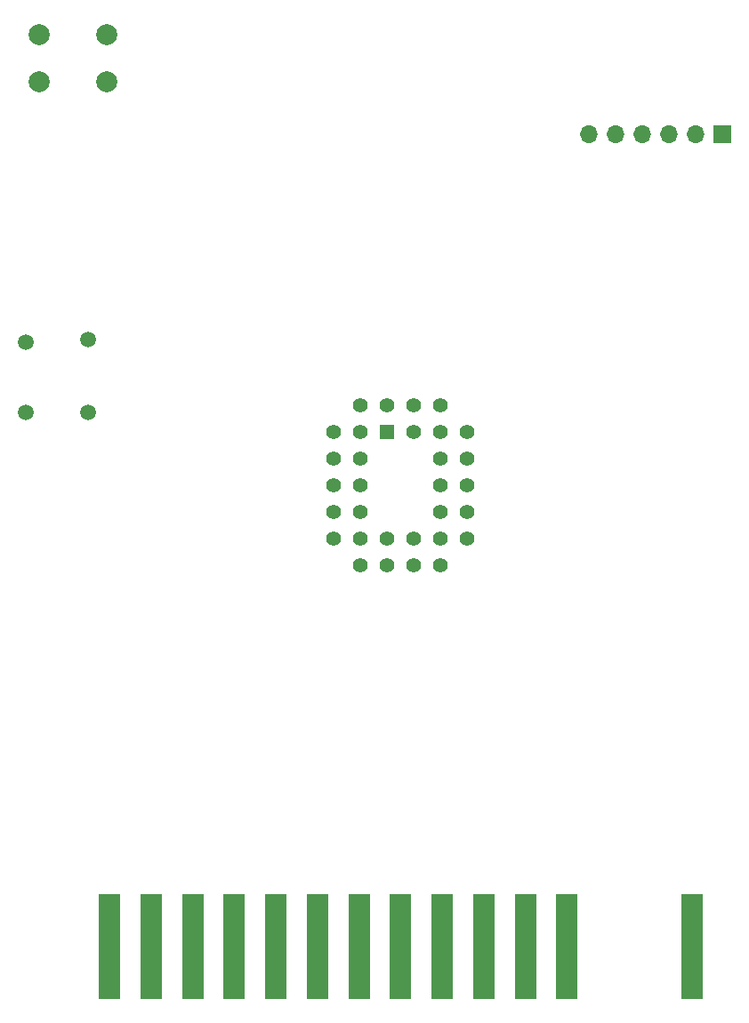
<source format=gbr>
G04 #@! TF.GenerationSoftware,KiCad,Pcbnew,8.0.2*
G04 #@! TF.CreationDate,2025-01-06T21:48:36+01:00*
G04 #@! TF.ProjectId,multicartridge-smd-top-dipswitch,6d756c74-6963-4617-9274-72696467652d,rev?*
G04 #@! TF.SameCoordinates,Original*
G04 #@! TF.FileFunction,Soldermask,Top*
G04 #@! TF.FilePolarity,Negative*
%FSLAX46Y46*%
G04 Gerber Fmt 4.6, Leading zero omitted, Abs format (unit mm)*
G04 Created by KiCad (PCBNEW 8.0.2) date 2025-01-06 21:48:36*
%MOMM*%
%LPD*%
G01*
G04 APERTURE LIST*
%ADD10C,2.000000*%
%ADD11C,1.500000*%
%ADD12R,1.700000X1.700000*%
%ADD13O,1.700000X1.700000*%
%ADD14R,1.422400X1.422400*%
%ADD15C,1.422400*%
%ADD16R,2.000000X10.000000*%
G04 APERTURE END LIST*
D10*
X48747000Y-52345000D03*
X55247000Y-52345000D03*
X48747000Y-56845000D03*
X55247000Y-56845000D03*
D11*
X47498000Y-81661000D03*
X47498000Y-88370000D03*
X53445000Y-88370000D03*
X53467000Y-81407000D03*
D12*
X113792000Y-61849000D03*
D13*
X111252000Y-61849000D03*
X108712000Y-61849000D03*
X106172000Y-61849000D03*
X103632000Y-61849000D03*
X101092000Y-61849000D03*
D14*
X81915000Y-90170000D03*
D15*
X84455000Y-87630000D03*
X84455000Y-90170000D03*
X86995000Y-87630000D03*
X89535000Y-90170000D03*
X86995000Y-90170000D03*
X89535000Y-92710000D03*
X86995000Y-92710000D03*
X89535000Y-95250000D03*
X86995000Y-95250000D03*
X89535000Y-97790000D03*
X86995000Y-97790000D03*
X89535000Y-100330000D03*
X86995000Y-102870000D03*
X86995000Y-100330000D03*
X84455000Y-102870000D03*
X84455000Y-100330000D03*
X81915000Y-102870000D03*
X81915000Y-100330000D03*
X79375000Y-102870000D03*
X76835000Y-100330000D03*
X79375000Y-100330000D03*
X76835000Y-97790000D03*
X79375000Y-97790000D03*
X76835000Y-95250000D03*
X79375000Y-95250000D03*
X76835000Y-92710000D03*
X79375000Y-92710000D03*
X76835000Y-90170000D03*
X79375000Y-87630000D03*
X79375000Y-90170000D03*
X81915000Y-87630000D03*
D16*
X55465000Y-139192000D03*
X59425000Y-139192000D03*
X63385000Y-139192000D03*
X67345000Y-139192000D03*
X71305000Y-139192000D03*
X75265000Y-139192000D03*
X79225000Y-139192000D03*
X83185000Y-139192000D03*
X87145000Y-139192000D03*
X91105000Y-139192000D03*
X95065000Y-139192000D03*
X99025000Y-139192000D03*
X110905000Y-139192000D03*
M02*

</source>
